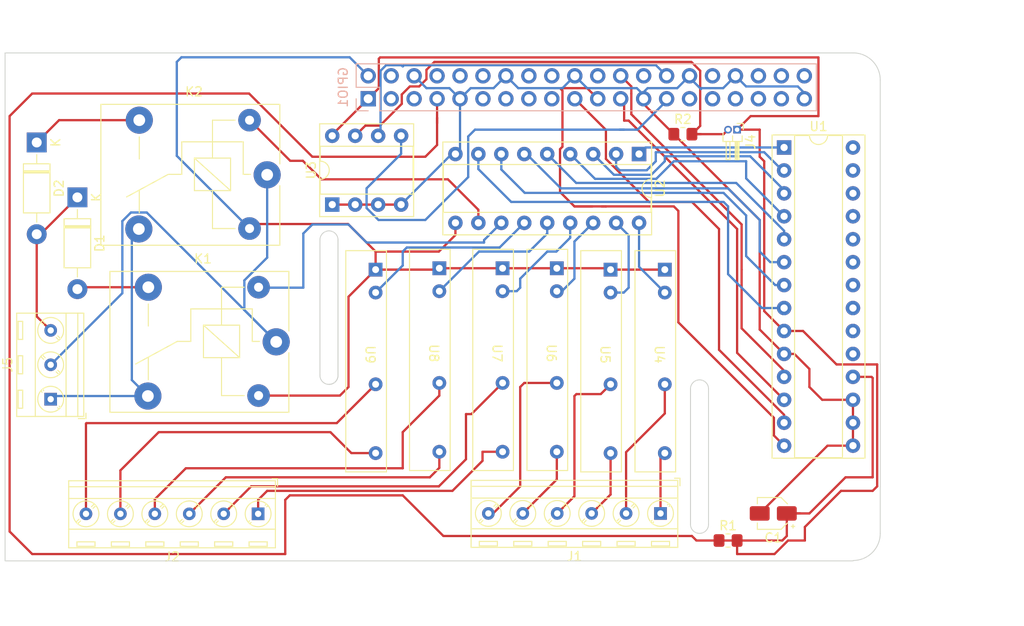
<source format=kicad_pcb>
(kicad_pcb (version 20210126) (generator pcbnew)
  (title_block (title "PI_HAT") (date "05/02/2021") (rev "1.0.0") (company "Neocampus"))
  (layers (0 "F.Cu" signal) (31 "B.Cu" signal) (34 "B.Paste" user) (35 "F.Paste" user) (36 "B.SilkS" user "B.Silkscreen") (37 "F.SilkS" user "F.Silkscreen") (38 "B.Mask" user) (39 "F.Mask" user) (44 "Edge.Cuts" user))
  (net 0 "")
  (net 1 "+3V3")
  (net 2 "+5V")
  (net 3 "Net-(K1-Pad3)")
  (net 4 "Net-(J1-Pad2)")
  (net 5 "GNDREF")
  (net 6 "Net-(J1-Pad3)")
  (net 7 "Net-(J2-Pad1)")
  (net 8 "Net-(J2-Pad2)")
  (net 9 "Net-(J4-Pad2)")
  (net 10 "Net-(C1-Pad1)")
  (net 11 "Net-(J2-Pad4)")
  (net 12 "Net-(J2-Pad3)")
  (net 15 "Net-(K2-Pad3)")
  (net 16 "Net-(GPIO1-Pad19)")
  (net 17 "Net-(GPIO1-Pad21)")
  (net 18 "Net-(GPIO1-Pad27)")
  (net 19 "Net-(GPIO1-Pad23)")
  (net 20 "Net-(GPIO1-Pad24)")
  (net 21 "Net-(GPIO1-Pad28)")
  (net 22 "Net-(J1-Pad1)")
  (net 23 "Net-(J1-Pad4)")
  (net 24 "Net-(J1-Pad5)")
  (net 25 "Net-(J1-Pad6)")
  (net 26 "Net-(K1-Pad2)")
  (net 27 "Net-(K2-Pad2)")
  (net 28 "Net-(U2-Pad13)")
  (net 29 "Net-(U2-Pad14)")
  (net 30 "Net-(U2-Pad15)")
  (net 31 "Net-(J2-Pad5)")
  (net 32 "Net-(U2-Pad18)")
  (net 40 "Net-(U1-Pad8)")
  (net 42 "Net-(U1-Pad7)")
  (net 44 "Net-(U1-Pad6)")
  (net 46 "Net-(U1-Pad5)")
  (net 47 "Net-(U1-Pad4)")
  (net 48 "Net-(U1-Pad3)")
  (net 49 "Net-(U1-Pad2)")
  (net 50 "Net-(U1-Pad1)")
  (net 70 "Net-(J2-Pad6)")
  (net 73 "/file de pilotage")
  (net 74 "/220V")
  (net 75 "Net-(U2-Pad16)")
  (net 76 "Net-(U2-Pad17)")
  (net 77 "Net-(J5-Pad1)")
  (footprint "RPi_Hat:RPi_Hat_Mounting_Hole" (layer "F.Cu") (at 106.34 117.71)
    (fp_text reference "" hide)
    (fp_text value "" hide)
  )
  (footprint "RPi_Hat:RPi_Hat_Mounting_Hole" (layer "F.Cu") (at 105.5 69)
    (fp_text reference "" hide)
    (fp_text value "" hide)
  )
  (footprint "RPi_Hat:RPi_Hat_Mounting_Hole" (layer "F.Cu") (at 164.34 117.71)
    (fp_text reference "" hide)
    (fp_text value "" hide)
  )
  (footprint "RPi_Hat:RPi_Hat_Mounting_Hole" (layer "F.Cu") (at 164.5 68.5)
    (fp_text reference "" hide)
    (fp_text value "" hide)
  )
  (footprint "Capacitor_SMD:CP_Elec_3x5.4" (layer "F.Cu") (at 156 116 180)
    (fp_text reference "C1")
    (fp_text value "C_Small")
  )
  (footprint "Resistor_SMD:R_0805_2012Metric_Pad1.20x1.40mm_HandSolder" (layer "F.Cu") (at 151 119)
    (fp_text reference "R1")
    (fp_text value "10k")
  )
  (footprint "Package_DIP:DIP-28_W7.62mm_Socket" (layer "F.Cu") (at 157.2 75.475)
    (fp_text reference "U1")
    (fp_text value "MCP23S17")
  )
  (footprint "Library:SSR_AQG22105" (layer "F.Cu") (at 132.05 88.85 -90)
    (fp_text reference "U6")
    (fp_text value "ASSR-1218")
  )
  (footprint "Package_DIP:DIP-8_W7.62mm_Socket" (layer "F.Cu") (at 107.2 81.8 90)
    (fp_text reference "U3")
    (fp_text value "AT24C32")
  )
  (footprint "Library:SSR_AQG22105" (layer "F.Cu") (at 126.05 88.85 -90)
    (fp_text reference "U7")
    (fp_text value "ASSR-1218")
  )
  (footprint "TerminalBlock_MetzConnect:TerminalBlock_MetzConnect_Type086_RT03403HBLC_1x03_P3.81mm_Horizontal" (layer "F.Cu") (at 76.045 103.35 90)
    (fp_text reference "J5")
    (fp_text value "Screw_Terminal_01x03")
  )
  (footprint "Package_DIP:DIP-18_W7.62mm_Socket" (layer "F.Cu") (at 141.15 76.2 -90)
    (fp_text reference "U2")
    (fp_text value "ULN2803A")
  )
  (footprint "Library:SSR_AQG22105" (layer "F.Cu") (at 144 89 -90)
    (fp_text reference "U4")
    (fp_text value "ASSR-1218")
  )
  (footprint "Library:SSR_AQG22105" (layer "F.Cu") (at 119.05 88.85 -90)
    (fp_text reference "U8")
    (fp_text value "ASSR-1218")
  )
  (footprint "Library:SSR_AQG22105" (layer "F.Cu") (at 112 89 -90)
    (fp_text reference "U9")
    (fp_text value "ASSR-1218")
  )
  (footprint "Diode_THT:D_DO-41_SOD81_P10.16mm_Horizontal" (layer "F.Cu") (at 74.5 74.92 -90)
    (fp_text reference "D2")
    (fp_text value "1N4007")
  )
  (footprint "TerminalBlock_MetzConnect:TerminalBlock_MetzConnect_Type086_RT03406HBLC_1x06_P3.81mm_Horizontal" (layer "F.Cu") (at 99 116.045 180)
    (fp_text reference "J2")
    (fp_text value "Screw_Terminal_01x06")
  )
  (footprint "Diode_THT:D_DO-41_SOD81_P10.16mm_Horizontal" (layer "F.Cu") (at 79 81 -90)
    (fp_text reference "D1")
    (fp_text value "1N4007")
  )
  (footprint "Connector_PinHeader_1.00mm:PinHeader_1x02_P1.00mm_Horizontal" (layer "F.Cu") (at 152 73.5 -90)
    (fp_text reference "J4")
    (fp_text value "Conn_01x02_Female")
  )
  (footprint "Relay_THT:Relay_SPDT_SANYOU_SRD_Series_Form_C" (layer "F.Cu") (at 100 78.5 180)
    (fp_text reference "K2")
    (fp_text value "RELAY_SRD")
  )
  (footprint "Relay_THT:Relay_SPDT_SANYOU_SRD_Series_Form_C" (layer "F.Cu") (at 101 97 180)
    (fp_text reference "K1")
    (fp_text value "RELAY_SRD")
  )
  (footprint "Resistor_SMD:R_0805_2012Metric_Pad1.20x1.40mm_HandSolder" (layer "F.Cu") (at 146 74)
    (fp_text reference "R2")
    (fp_text value "10000")
  )
  (footprint "Library:SSR_AQG22105" (layer "F.Cu") (at 138 89 -90)
    (fp_text reference "U5")
    (fp_text value "ASSR-1218")
  )
  (footprint "TerminalBlock_MetzConnect:TerminalBlock_MetzConnect_Type086_RT03406HBLC_1x06_P3.81mm_Horizontal" (layer "F.Cu") (at 143.525 116 180)
    (fp_text reference "J1")
    (fp_text value "Screw_Terminal_01x06")
  )
  (footprint "Connector_PinSocket_2.54mm:PinSocket_2x20_P2.54mm_Vertical" (layer "B.Cu") (at 111.18 70.08 -90)
    (fp_text reference "GPIO1")
    (fp_text value "Raspberry_Pi_2_3")
  )
  (gr_line (start 71 65) (end 71 121.21) (layer "Edge.Cuts") (width 0.1))
  (gr_arc (start 164.84 118.21) (end 167.84 118.21) (angle 90) (layer "Edge.Cuts") (width 0.1))
  (gr_line (start 167.84 68) (end 167.84 118.21) (angle 90) (layer "Edge.Cuts") (width 0.1))
  (gr_line (start 146.84 102.21) (end 146.84 117.21) (angle 90) (layer "Edge.Cuts") (width 0.1))
  (gr_line (start 148.84 102.21) (end 148.84 117.21) (angle 90) (layer "Edge.Cuts") (width 0.1))
  (gr_arc (start 164.84 68) (end 164.84 65) (angle 90) (layer "Edge.Cuts") (width 0.1))
  (gr_arc (start 147.84 102.21) (end 146.84 102.21) (angle 180) (layer "Edge.Cuts") (width 0.1))
  (gr_line (start 71 121.255) (end 164.84 121.255) (angle 90) (layer "Edge.Cuts") (width 0.1))
  (gr_line (start 107.84 85.71) (end 107.84 100.71) (layer "Edge.Cuts") (width 0.1))
  (gr_arc (start 106.84 100.71) (end 107.84 100.71) (angle 90) (layer "Edge.Cuts") (width 0.1))
  (gr_arc (start 147.84 117.21) (end 146.84 117.21) (angle -180) (layer "Edge.Cuts") (width 0.1))
  (gr_line (start 71 65) (end 164.84 65) (angle 90) (layer "Edge.Cuts") (width 0.1))
  (gr_line (start 107.84 85.71) (end 107.84 100.71) (angle 90) (layer "Edge.Cuts") (width 0.1))
  (gr_arc (start 106.84 100.71) (end 105.84 100.71) (angle -180) (layer "Edge.Cuts") (width 0.1))
  (gr_line (start 146.84 102.21) (end 146.84 117.21) (layer "Edge.Cuts") (width 0.1))
  (gr_arc (start 106.84 85.71) (end 105.84 85.71) (angle 180) (layer "Edge.Cuts") (width 0.1))
  (gr_line (start 105.84 85.71) (end 105.84 100.71) (angle 90) (layer "Edge.Cuts") (width 0.1))
  (segment (start 112.5 65.5) (end 161 65.5) (width 0.25) (layer "F.Cu") (net 1))
  (segment (start 155 93.595) (end 155 77) (width 0.25) (layer "F.Cu") (net 1))
  (segment (start 157.2 95.795) (end 155 93.595) (width 0.25) (layer "F.Cu") (net 1))
  (segment (start 111.18 70.08) (end 112.355011 68.904989) (width 0.25) (layer "F.Cu") (net 1))
  (segment (start 167.5 113) (end 167 113.5) (width 0.25) (layer "F.Cu") (net 1))
  (segment (start 156.136424 120.5) (end 152 120.5) (width 0.25) (layer "F.Cu") (net 1))
  (segment (start 163 99.5) (end 167.5 99.5) (width 0.25) (layer "F.Cu") (net 1))
  (segment (start 154.5 73.5) (end 154.5 76.5) (width 0.25) (layer "F.Cu") (net 1))
  (segment (start 152 73.5) (end 154.5 73.5) (width 0.25) (layer "F.Cu") (net 1))
  (segment (start 111.18 70.08) (end 107.2 74.06) (width 0.25) (layer "F.Cu") (net 1))
  (segment (start 167.5 99.5) (end 167.5 113) (width 0.25) (layer "F.Cu") (net 1))
  (segment (start 157.636424 119) (end 156.136424 120.5) (width 0.25) (layer "F.Cu") (net 1))
  (segment (start 107.2 74.06) (end 107.2 74.18) (width 0.25) (layer "F.Cu") (net 1))
  (segment (start 159.5 119) (end 157.636424 119) (width 0.25) (layer "F.Cu") (net 1))
  (segment (start 163.5 113.5) (end 159.5 117.5) (width 0.25) (layer "F.Cu") (net 1))
  (segment (start 159.295 95.795) (end 163 99.5) (width 0.25) (layer "F.Cu") (net 1))
  (segment (start 153.5 72) (end 161 72) (width 0.25) (layer "F.Cu") (net 1))
  (segment (start 112.355011 65.644989) (end 112.5 65.5) (width 0.25) (layer "F.Cu") (net 1))
  (segment (start 161 72) (end 161 65.5) (width 0.25) (layer "F.Cu") (net 1))
  (segment (start 159.5 117.5) (end 159.5 119) (width 0.25) (layer "F.Cu") (net 1))
  (segment (start 155 77) (end 154.5 76.5) (width 0.25) (layer "F.Cu") (net 1))
  (segment (start 157.2 95.795) (end 159.295 95.795) (width 0.25) (layer "F.Cu") (net 1))
  (segment (start 167 113.5) (end 163.5 113.5) (width 0.25) (layer "F.Cu") (net 1))
  (segment (start 152 120.5) (end 152 119.45002) (width 0.25) (layer "F.Cu") (net 1))
  (segment (start 112.355011 68.904989) (end 112.355011 65.644989) (width 0.25) (layer "F.Cu") (net 1))
  (segment (start 152 73.5) (end 153.5 72) (width 0.25) (layer "F.Cu") (net 1))
  (segment (start 120.83 83.82) (end 120.83 85.17) (width 0.25) (layer "F.Cu") (net 2))
  (segment (start 98.55 83.95) (end 108.95 83.95) (width 0.25) (layer "F.Cu") (net 2))
  (segment (start 126.05 88.85) (end 119.05 88.85) (width 0.25) (layer "F.Cu") (net 2))
  (segment (start 109 92) (end 109 102) (width 0.25) (layer "F.Cu") (net 2))
  (segment (start 112 89) (end 118.9 89) (width 0.25) (layer "F.Cu") (net 2))
  (segment (start 112 89) (end 109 92) (width 0.25) (layer "F.Cu") (net 2))
  (segment (start 98.05 84.45) (end 98.55 83.95) (width 0.25) (layer "F.Cu") (net 2))
  (segment (start 108.05 102.95) (end 99.05 102.95) (width 0.25) (layer "F.Cu") (net 2))
  (segment (start 144 89) (end 138 89) (width 0.25) (layer "F.Cu") (net 2))
  (segment (start 109 102) (end 108.05 102.95) (width 0.25) (layer "F.Cu") (net 2))
  (segment (start 112 87) (end 112 89) (width 0.25) (layer "F.Cu") (net 2))
  (segment (start 132.05 88.85) (end 126.05 88.85) (width 0.25) (layer "F.Cu") (net 2))
  (segment (start 108.95 83.95) (end 112 87) (width 0.25) (layer "F.Cu") (net 2))
  (segment (start 118.9 89) (end 119.05 88.85) (width 0.25) (layer "F.Cu") (net 2))
  (segment (start 119 87) (end 112 87) (width 0.25) (layer "F.Cu") (net 2))
  (segment (start 132.05 88.85) (end 137.85 88.85) (width 0.25) (layer "F.Cu") (net 2))
  (segment (start 120.83 85.17) (end 119 87) (width 0.25) (layer "F.Cu") (net 2))
  (segment (start 137.85 88.85) (end 138 89) (width 0.25) (layer "F.Cu") (net 2))
  (segment (start 90 66) (end 90 76.4) (width 0.25) (layer "B.Cu") (net 2))
  (segment (start 90 76.4) (end 98.05 84.45) (width 0.25) (layer "B.Cu") (net 2))
  (segment (start 90.515021 65.484979) (end 90 66) (width 0.25) (layer "B.Cu") (net 2))
  (segment (start 109.124979 65.484979) (end 90.515021 65.484979) (width 0.25) (layer "B.Cu") (net 2))
  (segment (start 111.18 67.54) (end 109.124979 65.484979) (width 0.25) (layer "B.Cu") (net 2))
  (segment (start 86.85 90.95) (end 79.21 90.95) (width 0.25) (layer "F.Cu") (net 3))
  (segment (start 79.21 90.95) (end 79 91.16) (width 0.25) (layer "F.Cu") (net 3))
  (segment (start 139.715 109.213777) (end 139.715 116) (width 0.25) (layer "F.Cu") (net 4))
  (segment (start 144 104.928777) (end 139.715 109.213777) (width 0.25) (layer "F.Cu") (net 4))
  (segment (start 144 101.7) (end 144 104.928777) (width 0.25) (layer "F.Cu") (net 4))
  (segment (start 161.415 103.415) (end 164.82 103.415) (width 0.25) (layer "F.Cu") (net 5))
  (segment (start 162.005 108.495) (end 154.5 116) (width 0.25) (layer "F.Cu") (net 5))
  (segment (start 157.2 98.335) (end 154.5 95.635) (width 0.25) (layer "F.Cu") (net 5))
  (segment (start 164.82 103.415) (end 164.82 105.955) (width 0.25) (layer "F.Cu") (net 5))
  (segment (start 154.5 95.635) (end 154.5 83.5) (width 0.25) (layer "F.Cu") (net 5))
  (segment (start 160 102) (end 161.415 103.415) (width 0.25) (layer "F.Cu") (net 5))
  (segment (start 141.66 70.66) (end 141.66 70.08) (width 0.25) (layer "F.Cu") (net 5))
  (segment (start 157.2 98.335) (end 158.335 98.335) (width 0.25) (layer "F.Cu") (net 5))
  (segment (start 164.82 108.495) (end 162.005 108.495) (width 0.25) (layer "F.Cu") (net 5))
  (segment (start 164.82 105.955) (end 164.82 108.495) (width 0.25) (layer "F.Cu") (net 5))
  (segment (start 160 100) (end 160 102) (width 0.25) (layer "F.Cu") (net 5))
  (segment (start 109.74 81.8) (end 112.28 81.8) (width 0.25) (layer "F.Cu") (net 5))
  (segment (start 121.34 70.08) (end 120.83 70.59) (width 0.25) (layer "F.Cu") (net 5))
  (segment (start 112.28 81.8) (end 114.82 81.8) (width 0.25) (layer "F.Cu") (net 5))
  (segment (start 107.2 81.8) (end 109.74 81.8) (width 0.25) (layer "F.Cu") (net 5))
  (segment (start 145 74) (end 141.66 70.66) (width 0.25) (layer "F.Cu") (net 5))
  (segment (start 158.335 98.335) (end 160 100) (width 0.25) (layer "F.Cu") (net 5))
  (segment (start 154.5 83.5) (end 145 74) (width 0.25) (layer "F.Cu") (net 5))
  (segment (start 134.04 67.54) (end 134.04 67.04) (width 0.25) (layer "B.Cu") (net 5))
  (segment (start 134.04 67.54) (end 135.404989 68.904989) (width 0.25) (layer "B.Cu") (net 5))
  (segment (start 126.42 67.54) (end 127.784989 68.904989) (width 0.25) (layer "B.Cu") (net 5))
  (segment (start 120.42 76.2) (end 120.83 76.2) (width 0.25) (layer "B.Cu") (net 5))
  (segment (start 159.44 69.44) (end 159.44 70.08) (width 0.25) (layer "B.Cu") (net 5))
  (segment (start 145.375011 68.904989) (end 146.74 67.54) (width 0.25) (layer "B.Cu") (net 5))
  (segment (start 125.055011 68.904989) (end 126.42 67.54) (width 0.25) (layer "B.Cu") (net 5))
  (segment (start 151.82 67.54) (end 152.995011 68.715011) (width 0.25) (layer "B.Cu") (net 5))
  (segment (start 158.715011 68.715011) (end 159.44 69.44) (width 0.25) (layer "B.Cu") (net 5))
  (segment (start 114.82 81.8) (end 120.42 76.2) (width 0.25) (layer "B.Cu") (net 5))
  (segment (start 142.095011 68.904989) (end 145.375011 68.904989) (width 0.25) (layer "B.Cu") (net 5))
  (segment (start 121.34 75.69) (end 120.83 76.2) (width 0.25) (layer "B.Cu") (net 5))
  (segment (start 140.904989 68.904989) (end 141.66 69.66) (width 0.25) (layer "B.Cu") (net 5))
  (segment (start 152.995011 68.715011) (end 158.715011 68.715011) (width 0.25) (layer "B.Cu") (net 5))
  (segment (start 146.74 67.54) (end 146.74 67.74) (width 0.25) (layer "B.Cu") (net 5))
  (segment (start 141.66 69.34) (end 142.095011 68.904989) (width 0.25) (layer "B.Cu") (net 5))
  (segment (start 122.515011 68.904989) (end 125.055011 68.904989) (width 0.25) (layer "B.Cu") (net 5))
  (segment (start 132.675011 68.904989) (end 134.04 67.54) (width 0.25) (layer "B.Cu") (net 5))
  (segment (start 150.455011 68.904989) (end 151.82 67.54) (width 0.25) (layer "B.Cu") (net 5))
  (segment (start 146.74 67.74) (end 148 69) (width 0.25) (layer "B.Cu") (net 5))
  (segment (start 141.66 69.66) (end 141.66 70.08) (width 0.25) (layer "B.Cu") (net 5))
  (segment (start 141.66 70.08) (end 141.66 69.34) (width 0.25) (layer "B.Cu") (net 5))
  (segment (start 116.26 67.54) (end 117.624989 68.904989) (width 0.25) (layer "B.Cu") (net 5))
  (segment (start 120.164989 68.904989) (end 121.34 70.08) (width 0.25) (layer "B.Cu") (net 5))
  (segment (start 127.784989 68.904989) (end 132.675011 68.904989) (width 0.25) (layer "B.Cu") (net 5))
  (segment (start 135.404989 68.904989) (end 140.904989 68.904989) (width 0.25) (layer "B.Cu") (net 5))
  (segment (start 117.624989 68.904989) (end 120.164989 68.904989) (width 0.25) (layer "B.Cu") (net 5))
  (segment (start 148.095011 68.904989) (end 150.455011 68.904989) (width 0.25) (layer "B.Cu") (net 5))
  (segment (start 121.34 70.08) (end 121.34 75.69) (width 0.25) (layer "B.Cu") (net 5))
  (segment (start 121.34 70.08) (end 122.515011 68.904989) (width 0.25) (layer "B.Cu") (net 5))
  (segment (start 148 69) (end 148.095011 68.904989) (width 0.25) (layer "B.Cu") (net 5))
  (segment (start 138 113.905) (end 135.905 116) (width 0.25) (layer "F.Cu") (net 6))
  (segment (start 138 109.32) (end 138 113.905) (width 0.25) (layer "F.Cu") (net 6))
  (segment (start 100 113.5) (end 120.5 113.5) (width 0.25) (layer "F.Cu") (net 7))
  (segment (start 123.83 110.17) (end 123.83 109.17) (width 0.25) (layer "F.Cu") (net 7))
  (segment (start 120.5 113.5) (end 123.83 110.17) (width 0.25) (layer "F.Cu") (net 7))
  (segment (start 99 116.045) (end 99 114.5) (width 0.25) (layer "F.Cu") (net 7))
  (segment (start 99 114.5) (end 100 113.5) (width 0.25) (layer "F.Cu") (net 7))
  (segment (start 126.05 109.17) (end 123.83 109.17) (width 0.25) (layer "F.Cu") (net 7))
  (segment (start 122.6 105) (end 122 105) (width 0.25) (layer "F.Cu") (net 8))
  (segment (start 126.05 101.55) (end 122.6 105) (width 0.25) (layer "F.Cu") (net 8))
  (segment (start 98.235 113) (end 95.19 116.045) (width 0.25) (layer "F.Cu") (net 8))
  (segment (start 119 113) (end 98.235 113) (width 0.25) (layer "F.Cu") (net 8))
  (segment (start 122 110) (end 119 113) (width 0.25) (layer "F.Cu") (net 8))
  (segment (start 122 105) (end 122 110) (width 0.25) (layer "F.Cu") (net 8))
  (segment (start 147 74) (end 148 74) (width 0.25) (layer "F.Cu") (net 9))
  (segment (start 117.624989 67.914028) (end 117.624989 66.875011) (width 0.25) (layer "F.Cu") (net 9))
  (segment (start 109.74 74.18) (end 110.865011 73.054989) (width 0.25) (layer "F.Cu") (net 9))
  (segment (start 115.784989 68.715011) (end 116.824006 68.715011) (width 0.25) (layer "F.Cu") (net 9))
  (segment (start 114.895011 70.644006) (end 114.895011 69.604989) (width 0.25) (layer "F.Cu") (net 9))
  (segment (start 118.5 66) (end 146.939017 66) (width 0.25) (layer "F.Cu") (net 9))
  (segment (start 147.915011 66.975994) (end 147.915011 73.084989) (width 0.25) (layer "F.Cu") (net 9))
  (segment (start 116.824006 68.715011) (end 117.624989 67.914028) (width 0.25) (layer "F.Cu") (net 9))
  (segment (start 110.865011 73.054989) (end 112.484028 73.054989) (width 0.25) (layer "F.Cu") (net 9))
  (segment (start 117.624989 66.875011) (end 118.5 66) (width 0.25) (layer "F.Cu") (net 9))
  (segment (start 114.895011 69.604989) (end 115.784989 68.715011) (width 0.25) (layer "F.Cu") (net 9))
  (segment (start 147.915011 73.084989) (end 147 74) (width 0.25) (layer "F.Cu") (net 9))
  (segment (start 146.939017 66) (end 147.915011 66.975994) (width 0.25) (layer "F.Cu") (net 9))
  (segment (start 147 74) (end 150.5 74) (width 0.25) (layer "F.Cu") (net 9))
  (segment (start 150.5 74) (end 151 73.5) (width 0.25) (layer "F.Cu") (net 9))
  (segment (start 112.484028 73.054989) (end 114.895011 70.644006) (width 0.25) (layer "F.Cu") (net 9))
  (segment (start 118.8 72.2) (end 118.8 72.8) (width 0.25) (layer "F.Cu") (net 10))
  (segment (start 147 118.5) (end 119.5 118.5) (width 0.25) (layer "F.Cu") (net 10))
  (segment (start 167 112) (end 167 101) (width 0.25) (layer "F.Cu") (net 10))
  (segment (start 164 112) (end 167 112) (width 0.25) (layer "F.Cu") (net 10))
  (segment (start 157.5 116) (end 160 116) (width 0.25) (layer "F.Cu") (net 10))
  (segment (start 105 76.5) (end 117.5 76.5) (width 0.25) (layer "F.Cu") (net 10))
  (segment (start 104 75.5) (end 105 76.5) (width 0.25) (layer "F.Cu") (net 10))
  (segment (start 98 69.5) (end 104 75.5) (width 0.25) (layer "F.Cu") (net 10))
  (segment (start 102 114.5) (end 102 120.5) (width 0.25) (layer "F.Cu") (net 10))
  (segment (start 118.8 75.2) (end 118.8 72.2) (width 0.25) (layer "F.Cu") (net 10))
  (segment (start 71.5 118) (end 71.5 72) (width 0.25) (layer "F.Cu") (net 10))
  (segment (start 159 116) (end 157.5 116) (width 0.25) (layer "F.Cu") (net 10))
  (segment (start 117.5 76.5) (end 118.8 75.2) (width 0.25) (layer "F.Cu") (net 10))
  (segment (start 152 119) (end 157 119) (width 0.25) (layer "F.Cu") (net 10))
  (segment (start 152 119) (end 147.5 119) (width 0.25) (layer "F.Cu") (net 10))
  (segment (start 102.5 114) (end 102 114.5) (width 0.25) (layer "F.Cu") (net 10))
  (segment (start 160 116) (end 164 112) (width 0.25) (layer "F.Cu") (net 10))
  (segment (start 166.875 100.875) (end 164.82 100.875) (width 0.25) (layer "F.Cu") (net 10))
  (segment (start 118.8 70.08) (end 118.8 72.2) (width 0.25) (layer "F.Cu") (net 10))
  (segment (start 147.5 119) (end 147 118.5) (width 0.25) (layer "F.Cu") (net 10))
  (segment (start 71.5 72) (end 74 69.5) (width 0.25) (layer "F.Cu") (net 10))
  (segment (start 157.5 116) (end 157.5 118.5) (width 0.25) (layer "F.Cu") (net 10))
  (segment (start 102 120.5) (end 74 120.5) (width 0.25) (layer "F.Cu") (net 10))
  (segment (start 74 69.5) (end 98 69.5) (width 0.25) (layer "F.Cu") (net 10))
  (segment (start 74 120.5) (end 71.5 118) (width 0.25) (layer "F.Cu") (net 10))
  (segment (start 157.5 118.5) (end 157 119) (width 0.25) (layer "F.Cu") (net 10))
  (segment (start 167 101) (end 166.875 100.875) (width 0.25) (layer "F.Cu") (net 10))
  (segment (start 119.5 118.5) (end 115 114) (width 0.25) (layer "F.Cu") (net 10))
  (segment (start 115 114) (end 102.5 114) (width 0.25) (layer "F.Cu") (net 10))
  (segment (start 87.57 114.43) (end 87.57 116.045) (width 0.25) (layer "F.Cu") (net 11))
  (segment (start 115 107) (end 115 111) (width 0.25) (layer "F.Cu") (net 11))
  (segment (start 119.05 102.95) (end 115 107) (width 0.25) (layer "F.Cu") (net 11))
  (segment (start 119.05 101.55) (end 119.05 102.95) (width 0.25) (layer "F.Cu") (net 11))
  (segment (start 91 111) (end 87.57 114.43) (width 0.25) (layer "F.Cu") (net 11))
  (segment (start 115 111) (end 91 111) (width 0.25) (layer "F.Cu") (net 11))
  (segment (start 95.425 112) (end 91.38 116.045) (width 0.25) (layer "F.Cu") (net 12))
  (segment (start 119.05 110.95) (end 118 112) (width 0.25) (layer "F.Cu") (net 12))
  (segment (start 118 112) (end 95.425 112) (width 0.25) (layer "F.Cu") (net 12))
  (segment (start 119.05 109.17) (end 119.05 110.95) (width 0.25) (layer "F.Cu") (net 12))
  (segment (start 85.85 72.45) (end 76.97 72.45) (width 0.25) (layer "F.Cu") (net 15))
  (segment (start 76.97 72.45) (end 74.5 74.92) (width 0.25) (layer "F.Cu") (net 15))
  (segment (start 137.484989 73.524989) (end 137.484989 76.740006) (width 0.25) (layer "F.Cu") (net 16))
  (segment (start 147 81.5) (end 150 84.5) (width 0.25) (layer "F.Cu") (net 16))
  (segment (start 150 97.880017) (end 157.2 105.080017) (width 0.25) (layer "F.Cu") (net 16))
  (segment (start 134.04 70.08) (end 137.484989 73.524989) (width 0.25) (layer "F.Cu") (net 16))
  (segment (start 150 84.5) (end 150 97.880017) (width 0.25) (layer "F.Cu") (net 16))
  (segment (start 142.244983 81.5) (end 147 81.5) (width 0.25) (layer "F.Cu") (net 16))
  (segment (start 157.2 105.080017) (end 157.2 105.955) (width 0.25) (layer "F.Cu") (net 16))
  (segment (start 137.484989 76.740006) (end 142.244983 81.5) (width 0.25) (layer "F.Cu") (net 16))
  (segment (start 134 82) (end 136 82) (width 0.25) (layer "F.Cu") (net 17))
  (segment (start 156.074989 107.369989) (end 156.074989 105.414994) (width 0.25) (layer "F.Cu") (net 17))
  (segment (start 137.5 82) (end 137 82) (width 0.25) (layer "F.Cu") (net 17))
  (segment (start 132.404989 80.404989) (end 134 82) (width 0.25) (layer "F.Cu") (net 17))
  (segment (start 156.074989 105.414994) (end 145.5 94.840005) (width 0.25) (layer "F.Cu") (net 17))
  (segment (start 132.675011 69.175011) (end 132.675011 75.389972) (width 0.25) (layer "F.Cu") (net 17))
  (segment (start 145.5 94.840005) (end 145.5 82.5) (width 0.25) (layer "F.Cu") (net 17))
  (segment (start 134 82) (end 137.5 82) (width 0.25) (layer "F.Cu") (net 17))
  (segment (start 145.5 82.5) (end 145 82) (width 0.25) (layer "F.Cu") (net 17))
  (segment (start 132.5 69) (end 132.675011 69.175011) (width 0.25) (layer "F.Cu") (net 17))
  (segment (start 135.404989 68.904989) (end 132.595011 68.904989) (width 0.25) (layer "F.Cu") (net 17))
  (segment (start 157.2 108.495) (end 156.074989 107.369989) (width 0.25) (layer "F.Cu") (net 17))
  (segment (start 132.675011 75.389972) (end 132.404989 75.659994) (width 0.25) (layer "F.Cu") (net 17))
  (segment (start 132.404989 75.659994) (end 132.404989 80.404989) (width 0.25) (layer "F.Cu") (net 17))
  (segment (start 136.58 70.08) (end 135.404989 68.904989) (width 0.25) (layer "F.Cu") (net 17))
  (segment (start 132.595011 68.904989) (end 132.5 69) (width 0.25) (layer "F.Cu") (net 17))
  (segment (start 137.5 82) (end 145 82) (width 0.25) (layer "F.Cu") (net 17))
  (segment (start 122.244989 78.755011) (end 122.244989 74.255011) (width 0.25) (layer "B.Cu") (net 18))
  (segment (start 117.5 83.5) (end 122.244989 78.755011) (width 0.25) (layer "B.Cu") (net 18))
  (segment (start 111 80) (end 111 82.185017) (width 0.25) (layer "B.Cu") (net 18))
  (segment (start 144.2 70.3) (end 141 73.5) (width 0.25) (layer "B.Cu") (net 18))
  (segment (start 114.82 74.18) (end 114.82 76.18) (width 0.25) (layer "B.Cu") (net 18))
  (segment (start 122.244989 74.255011) (end 123 73.5) (width 0.25) (layer "B.Cu") (net 18))
  (segment (start 144.2 70.08) (end 144.2 70.3) (width 0.25) (layer "B.Cu") (net 18))
  (segment (start 112.314983 83.5) (end 117.5 83.5) (width 0.25) (layer "B.Cu") (net 18))
  (segment (start 111 82.185017) (end 112.314983 83.5) (width 0.25) (layer "B.Cu") (net 18))
  (segment (start 123 73.5) (end 139.5 73.5) (width 0.25) (layer "B.Cu") (net 18))
  (segment (start 141 73.5) (end 139 73.5) (width 0.25) (layer "B.Cu") (net 18))
  (segment (start 114.82 76.18) (end 111 80) (width 0.25) (layer "B.Cu") (net 18))
  (segment (start 139.5 70.46) (end 139.5 72.5) (width 0.25) (layer "F.Cu") (net 19))
  (segment (start 139.5 72.5) (end 140 72.5) (width 0.25) (layer "F.Cu") (net 19))
  (segment (start 139.12 70.08) (end 139.5 70.46) (width 0.25) (layer "F.Cu") (net 19))
  (segment (start 152 98.215) (end 157.2 103.415) (width 0.25) (layer "F.Cu") (net 19))
  (segment (start 140 72.5) (end 152 84.5) (width 0.25) (layer "F.Cu") (net 19))
  (segment (start 152 84.5) (end 152 98.215) (width 0.25) (layer "F.Cu") (net 19))
  (segment (start 157.2 100.875) (end 157.2 100.2) (width 0.25) (layer "F.Cu") (net 20))
  (segment (start 140.295011 71.795011) (end 140.295011 69.515994) (width 0.25) (layer "F.Cu") (net 20))
  (segment (start 140.295011 69.515994) (end 140.295011 68.715011) (width 0.25) (layer "F.Cu") (net 20))
  (segment (start 140.5 72) (end 140.295011 71.795011) (width 0.25) (layer "F.Cu") (net 20))
  (segment (start 153 96) (end 152.5 95.5) (width 0.25) (layer "F.Cu") (net 20))
  (segment (start 152.5 89) (end 152.5 84) (width 0.25) (layer "F.Cu") (net 20))
  (segment (start 152.5 95.5) (end 152.5 89) (width 0.25) (layer "F.Cu") (net 20))
  (segment (start 157.2 100.2) (end 153.5 96.5) (width 0.25) (layer "F.Cu") (net 20))
  (segment (start 153.5 96.5) (end 153 96) (width 0.25) (layer "F.Cu") (net 20))
  (segment (start 152.5 84) (end 140.5 72) (width 0.25) (layer "F.Cu") (net 20))
  (segment (start 140.295011 68.715011) (end 139.12 67.54) (width 0.25) (layer "F.Cu") (net 20))
  (segment (start 144.2 67.54) (end 143.024989 66.364989) (width 0.25) (layer "B.Cu") (net 21))
  (segment (start 114.864989 66.364989) (end 113.155994 66.364989) (width 0.25) (layer "B.Cu") (net 21))
  (segment (start 112.544989 66.975994) (end 112.544989 73.915011) (width 0.25) (layer "B.Cu") (net 21))
  (segment (start 143.024989 66.364989) (end 115.135011 66.364989) (width 0.25) (layer "B.Cu") (net 21))
  (segment (start 113.155994 66.364989) (end 112.544989 66.975994) (width 0.25) (layer "B.Cu") (net 21))
  (segment (start 115.135011 66.364989) (end 115 66.5) (width 0.25) (layer "B.Cu") (net 21))
  (segment (start 112.544989 73.915011) (end 112.28 74.18) (width 0.25) (layer "B.Cu") (net 21))
  (segment (start 115 66.5) (end 114.864989 66.364989) (width 0.25) (layer "B.Cu") (net 21))
  (segment (start 143.525 109.795) (end 143.525 116) (width 0.25) (layer "F.Cu") (net 22))
  (segment (start 144 109.32) (end 143.525 109.795) (width 0.25) (layer "F.Cu") (net 22))
  (segment (start 136.912989 102.787011) (end 134.212989 102.787011) (width 0.25) (layer "F.Cu") (net 23))
  (segment (start 138 101.7) (end 136.912989 102.787011) (width 0.25) (layer "F.Cu") (net 23))
  (segment (start 134 103) (end 134 114.095) (width 0.25) (layer "F.Cu") (net 23))
  (segment (start 134 114.095) (end 132.095 116) (width 0.25) (layer "F.Cu") (net 23))
  (segment (start 134.212989 102.787011) (end 134 103) (width 0.25) (layer "F.Cu") (net 23))
  (segment (start 132.05 112.235) (end 128.285 116) (width 0.25) (layer "F.Cu") (net 24))
  (segment (start 132.05 109.17) (end 132.05 112.235) (width 0.25) (layer "F.Cu") (net 24))
  (segment (start 128 102) (end 128 113) (width 0.25) (layer "F.Cu") (net 25))
  (segment (start 132.05 101.55) (end 128.45 101.55) (width 0.25) (layer "F.Cu") (net 25))
  (segment (start 125 116) (end 124 116) (width 0.25) (layer "F.Cu") (net 25))
  (segment (start 128.45 101.55) (end 128 102) (width 0.25) (layer "F.Cu") (net 25))
  (segment (start 128 113) (end 125 116) (width 0.25) (layer "F.Cu") (net 25))
  (segment (start 99.1 91) (end 99.05 90.95) (width 0.25) (layer "B.Cu") (net 26))
  (segment (start 111 86) (end 109 84) (width 0.25) (layer "B.Cu") (net 26))
  (segment (start 124 86) (end 111 86) (width 0.25) (layer "B.Cu") (net 26))
  (segment (start 104 91) (end 99.1 91) (width 0.25) (layer "B.Cu") (net 26))
  (segment (start 124 85.73) (end 124 86) (width 0.25) (layer "B.Cu") (net 26))
  (segment (start 104 85) (end 104 91) (width 0.25) (layer "B.Cu") (net 26))
  (segment (start 105 84) (end 104 85) (width 0.25) (layer "B.Cu") (net 26))
  (segment (start 125.91 83.82) (end 124 85.73) (width 0.25) (layer "B.Cu") (net 26))
  (segment (start 109 84) (end 105 84) (width 0.25) (layer "B.Cu") (net 26))
  (segment (start 123.37 82.37) (end 120 79) (width 0.25) (layer "F.Cu") (net 27))
  (segment (start 120 79) (end 106 79) (width 0.25) (layer "F.Cu") (net 27))
  (segment (start 103.95002 76.95002) (end 106 79) (width 0.25) (layer "F.Cu") (net 27))
  (segment (start 123.37 83.82) (end 123.37 82.37) (width 0.25) (layer "F.Cu") (net 27))
  (segment (start 98.05 72.45) (end 102.55002 76.95002) (width 0.25) (layer "F.Cu") (net 27))
  (segment (start 102.55002 76.95002) (end 103.95002 76.95002) (width 0.25) (layer "F.Cu") (net 27))
  (segment (start 115 88.54) (end 115 87) (width 0.25) (layer "B.Cu") (net 28))
  (segment (start 112 91.54) (end 115 88.54) (width 0.25) (layer "B.Cu") (net 28))
  (segment (start 125.72002 86.54998) (end 128.45 83.82) (width 0.25) (layer "B.Cu") (net 28))
  (segment (start 115 87) (end 115.45002 86.54998) (width 0.25) (layer "B.Cu") (net 28))
  (segment (start 115.45002 86.54998) (end 125.72002 86.54998) (width 0.25) (layer "B.Cu") (net 28))
  (segment (start 129 87) (end 123.44 87) (width 0.25) (layer "B.Cu") (net 29))
  (segment (start 123.44 87) (end 119.05 91.39) (width 0.25) (layer "B.Cu") (net 29))
  (segment (start 130.99 83.82) (end 130.99 85.01) (width 0.25) (layer "B.Cu") (net 29))
  (segment (start 130.99 85.01) (end 129 87) (width 0.25) (layer "B.Cu") (net 29))
  (segment (start 128 91) (end 127.61 91.39) (width 0.25) (layer "B.Cu") (net 30))
  (segment (start 127.61 91.39) (end 126.05 91.39) (width 0.25) (layer "B.Cu") (net 30))
  (segment (start 133.53 85.47) (end 132 87) (width 0.25) (layer "B.Cu") (net 30))
  (segment (start 131 87) (end 128 90) (width 0.25) (layer "B.Cu") (net 30))
  (segment (start 132 87) (end 131 87) (width 0.25) (layer "B.Cu") (net 30))
  (segment (start 133.53 83.82) (end 133.53 85.47) (width 0.25) (layer "B.Cu") (net 30))
  (segment (start 128 90) (end 128 91) (width 0.25) (layer "B.Cu") (net 30))
  (segment (start 88 107) (end 83.76 111.24) (width 0.25) (layer "F.Cu") (net 31))
  (segment (start 83.76 111.24) (end 83.76 116.045) (width 0.25) (layer "F.Cu") (net 31))
  (segment (start 107 107) (end 88 107) (width 0.25) (layer "F.Cu") (net 31))
  (segment (start 109.32 109.32) (end 107 107) (width 0.25) (layer "F.Cu") (net 31))
  (segment (start 112 109.32) (end 109.32 109.32) (width 0.25) (layer "F.Cu") (net 31))
  (segment (start 141.15 83.82) (end 141.15 88.69) (width 0.25) (layer "B.Cu") (net 32))
  (segment (start 141.15 88.69) (end 144 91.54) (width 0.25) (layer "B.Cu") (net 32))
  (segment (start 123.37 76.2) (end 123.37 77.87) (width 0.25) (layer "B.Cu") (net 40))
  (segment (start 127 81.5) (end 150.5 81.5) (width 0.25) (layer "B.Cu") (net 40))
  (segment (start 150.5 81.5) (end 151 82) (width 0.25) (layer "B.Cu") (net 40))
  (segment (start 151 89.5) (end 154.755 93.255) (width 0.25) (layer "B.Cu") (net 40))
  (segment (start 154.755 93.255) (end 157.2 93.255) (width 0.25) (layer "B.Cu") (net 40))
  (segment (start 123.37 77.87) (end 127 81.5) (width 0.25) (layer "B.Cu") (net 40))
  (segment (start 151 82) (end 151 89.5) (width 0.25) (layer "B.Cu") (net 40))
  (segment (start 128.5 80.5) (end 125.91 77.91) (width 0.25) (layer "B.Cu") (net 42))
  (segment (start 153 83) (end 150.5 80.5) (width 0.25) (layer "B.Cu") (net 42))
  (segment (start 157.2 90.715) (end 156.215 90.715) (width 0.25) (layer "B.Cu") (net 42))
  (segment (start 153 87.5) (end 153 83) (width 0.25) (layer "B.Cu") (net 42))
  (segment (start 125.91 77.91) (end 125.91 76.2) (width 0.25) (layer "B.Cu") (net 42))
  (segment (start 150.5 80.5) (end 128.5 80.5) (width 0.25) (layer "B.Cu") (net 42))
  (segment (start 156.215 90.715) (end 153 87.5) (width 0.25) (layer "B.Cu") (net 42))
  (segment (start 155.675 88.175) (end 157.2 88.175) (width 0.25) (layer "B.Cu") (net 44))
  (segment (start 132.5 80) (end 151 80) (width 0.25) (layer "B.Cu") (net 44))
  (segment (start 154.5 83.5) (end 154.5 87) (width 0.25) (layer "B.Cu") (net 44))
  (segment (start 151 80) (end 154.5 83.5) (width 0.25) (layer "B.Cu") (net 44))
  (segment (start 128.45 76.2) (end 128.7 76.2) (width 0.25) (layer "B.Cu") (net 44))
  (segment (start 128.7 76.2) (end 132.5 80) (width 0.25) (layer "B.Cu") (net 44))
  (segment (start 154.5 87) (end 155.675 88.175) (width 0.25) (layer "B.Cu") (net 44))
  (segment (start 157.2 85.635) (end 157.2 85.2) (width 0.25) (layer "B.Cu") (net 46))
  (segment (start 157.2 84.7) (end 151.90004 79.40004) (width 0.25) (layer "B.Cu") (net 46))
  (segment (start 157.2 85.635) (end 157.2 84.7) (width 0.25) (layer "B.Cu") (net 46))
  (segment (start 151.90004 79.40004) (end 134.19004 79.40004) (width 0.25) (layer "B.Cu") (net 46))
  (segment (start 134.19004 79.40004) (end 130.99 76.2) (width 0.25) (layer "B.Cu") (net 46))
  (segment (start 153 77) (end 145 77) (width 0.25) (layer "B.Cu") (net 47))
  (segment (start 157.2 83.095) (end 153 78.895) (width 0.25) (layer "B.Cu") (net 47))
  (segment (start 133.53 76.2) (end 136.28002 78.95002) (width 0.25) (layer "B.Cu") (net 47))
  (segment (start 133.53 76.53) (end 133.53 76.2) (width 0.25) (layer "B.Cu") (net 47))
  (segment (start 143.04998 78.95002) (end 145 77) (width 0.25) (layer "B.Cu") (net 47))
  (segment (start 136.28002 78.95002) (end 143.04998 78.95002) (width 0.25) (layer "B.Cu") (net 47))
  (segment (start 153 78.895) (end 153 77) (width 0.25) (layer "B.Cu") (net 47))
  (segment (start 153.45002 76.45002) (end 144 76.45002) (width 0.25) (layer "B.Cu") (net 48))
  (segment (start 142.5 78.5) (end 144 77) (width 0.25) (layer "B.Cu") (net 48))
  (segment (start 136.07 76.2) (end 138.37 78.5) (width 0.25) (layer "B.Cu") (net 48))
  (segment (start 157.2 80.2) (end 153.45002 76.45002) (width 0.25) (layer "B.Cu") (net 48))
  (segment (start 144 77) (end 144 76.45002) (width 0.25) (layer "B.Cu") (net 48))
  (segment (start 138.37 78.5) (end 142.5 78.5) (width 0.25) (layer "B.Cu") (net 48))
  (segment (start 157.2 80.555) (end 157.2 80.2) (width 0.25) (layer "B.Cu") (net 48))
  (segment (start 143 77) (end 142 78) (width 0.25) (layer "B.Cu") (net 49))
  (segment (start 138.61 77.61) (end 138.61 76.2) (width 0.25) (layer "B.Cu") (net 49))
  (segment (start 155 76) (end 143 76) (width 0.25) (layer "B.Cu") (net 49))
  (segment (start 142 78) (end 139 78) (width 0.25) (layer "B.Cu") (net 49))
  (segment (start 143 76) (end 143 77) (width 0.25) (layer "B.Cu") (net 49))
  (segment (start 139 78) (end 138.61 77.61) (width 0.25) (layer "B.Cu") (net 49))
  (segment (start 157.015 78.015) (end 155 76) (width 0.25) (layer "B.Cu") (net 49))
  (segment (start 157.2 78.015) (end 157.015 78.015) (width 0.25) (layer "B.Cu") (net 49))
  (segment (start 157.2 75.475) (end 141.875 75.475) (width 0.25) (layer "B.Cu") (net 50))
  (segment (start 141.875 75.475) (end 141.15 76.2) (width 0.25) (layer "B.Cu") (net 50))
  (segment (start 79.95 106.05) (end 79.95 116.045) (width 0.25) (layer "F.Cu") (net 70))
  (segment (start 107.7 106) (end 80 106) (width 0.25) (layer "F.Cu") (net 70))
  (segment (start 80 106) (end 79.95 106.05) (width 0.25) (layer "F.Cu") (net 70))
  (segment (start 112 101.7) (end 107.7 106) (width 0.25) (layer "F.Cu") (net 70))
  (segment (start 74.92 85.08) (end 74.5 85.08) (width 0.25) (layer "F.Cu") (net 73))
  (segment (start 79 81) (end 74.92 85.08) (width 0.25) (layer "F.Cu") (net 73))
  (segment (start 74.5 94.185) (end 76.045 95.73) (width 0.25) (layer "F.Cu") (net 73))
  (segment (start 74.5 85.08) (end 74.5 94.185) (width 0.25) (layer "F.Cu") (net 73))
  (segment (start 83.974989 91.610011) (end 83.974989 83.623994) (width 0.25) (layer "B.Cu") (net 74))
  (segment (start 100 78.5) (end 100 87.668983) (width 0.25) (layer "B.Cu") (net 74))
  (segment (start 76.045 99.54) (end 83.974989 91.610011) (width 0.25) (layer "B.Cu") (net 74))
  (segment (start 83.974989 83.623994) (end 84.923994 82.674989) (width 0.25) (layer "B.Cu") (net 74))
  (segment (start 100 87.668983) (end 97.474989 90.193994) (width 0.25) (layer "B.Cu") (net 74))
  (segment (start 97.474989 90.193994) (end 97.474989 93.474989) (width 0.25) (layer "B.Cu") (net 74))
  (segment (start 86.674989 82.674989) (end 101 97) (width 0.25) (layer "B.Cu") (net 74))
  (segment (start 97.474989 93.474989) (end 101 97) (width 0.25) (layer "B.Cu") (net 74))
  (segment (start 84.923994 82.674989) (end 86.674989 82.674989) (width 0.25) (layer "B.Cu") (net 74))
  (segment (start 136.07 83.82) (end 134 85.89) (width 0.25) (layer "B.Cu") (net 75))
  (segment (start 134 90) (end 132.61 91.39) (width 0.25) (layer "B.Cu") (net 75))
  (segment (start 132.61 91.39) (end 132.05 91.39) (width 0.25) (layer "B.Cu") (net 75))
  (segment (start 134 85.89) (end 134 90) (width 0.25) (layer "B.Cu") (net 75))
  (segment (start 140 85.21) (end 140 91) (width 0.25) (layer "B.Cu") (net 76))
  (segment (start 138.61 83.82) (end 140 85.21) (width 0.25) (layer "B.Cu") (net 76))
  (segment (start 139.46 91.54) (end 138 91.54) (width 0.25) (layer "B.Cu") (net 76))
  (segment (start 140 91) (end 139.46 91.54) (width 0.25) (layer "B.Cu") (net 76))
  (segment (start 86.8 103) (end 76.395 103) (width 0.25) (layer "B.Cu") (net 77))
  (segment (start 85.8 84.5) (end 85.024989 85.275011) (width 0.25) (layer "B.Cu") (net 77))
  (segment (start 85.024989 85.275011) (end 85.024989 101.224989) (width 0.25) (layer "B.Cu") (net 77))
  (segment (start 85.024989 101.224989) (end 86.8 103) (width 0.25) (layer "B.Cu") (net 77))
  (segment (start 76.395 103) (end 76.045 103.35) (width 0.25) (layer "B.Cu") (net 77))
)
</source>
